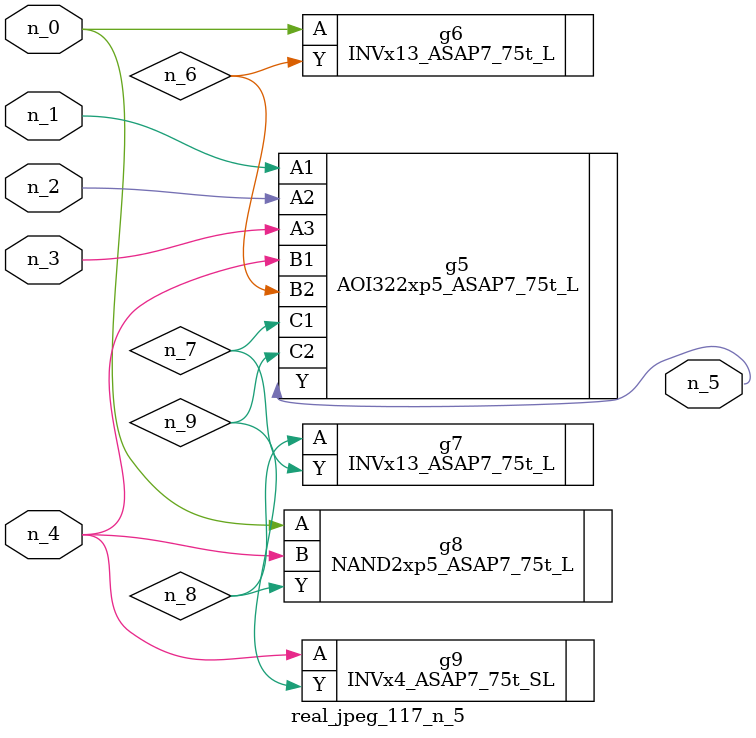
<source format=v>
module real_jpeg_117_n_5 (n_4, n_0, n_1, n_2, n_3, n_5);

input n_4;
input n_0;
input n_1;
input n_2;
input n_3;

output n_5;

wire n_8;
wire n_6;
wire n_7;
wire n_9;

INVx13_ASAP7_75t_L g6 ( 
.A(n_0),
.Y(n_6)
);

NAND2xp5_ASAP7_75t_L g8 ( 
.A(n_0),
.B(n_4),
.Y(n_8)
);

AOI322xp5_ASAP7_75t_L g5 ( 
.A1(n_1),
.A2(n_2),
.A3(n_3),
.B1(n_4),
.B2(n_6),
.C1(n_7),
.C2(n_9),
.Y(n_5)
);

INVx4_ASAP7_75t_SL g9 ( 
.A(n_4),
.Y(n_9)
);

INVx13_ASAP7_75t_L g7 ( 
.A(n_8),
.Y(n_7)
);


endmodule
</source>
